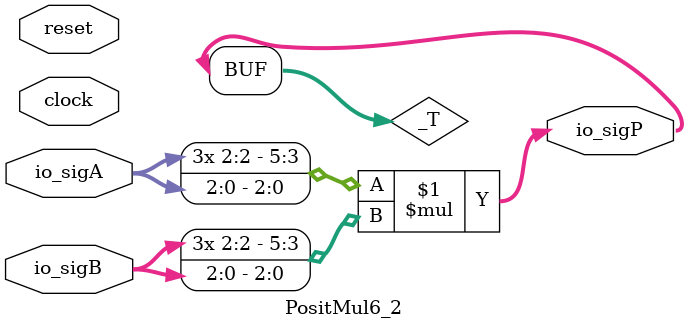
<source format=v>
module PositMul6_2(
  input        clock,
  input        reset,
  input  [2:0] io_sigA,
  input  [2:0] io_sigB,
  output [5:0] io_sigP
);
  wire [5:0] _T; // @[PositMul.scala 17:26]
  assign _T = $signed(io_sigA) * $signed(io_sigB); // @[PositMul.scala 17:26]
  assign io_sigP = $unsigned(_T); // @[PositMul.scala 17:13]
endmodule

</source>
